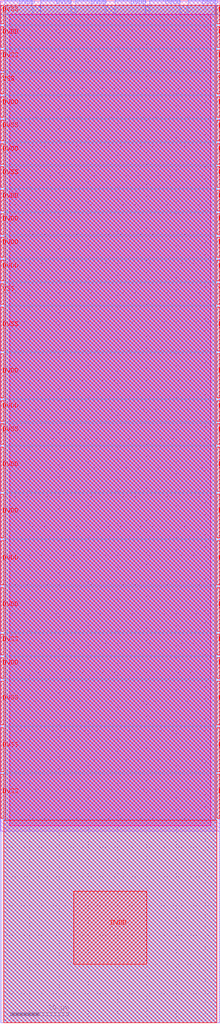
<source format=lef>
VERSION 5.7 ;
  NOWIREEXTENSIONATPIN ON ;
  DIVIDERCHAR "/" ;
  BUSBITCHARS "[]" ;
MACRO gf180mcu_fd_io__dvdd
  CLASS PAD POWER ;
  FOREIGN gf180mcu_fd_io__dvdd ;
  ORIGIN 0.000 0.000 ;
  SIZE 75.000 BY 350.000 ;
  SYMMETRY X Y R90 ;
  SITE GF_IO_Site ;
  PIN DVDD
    DIRECTION INOUT ;
    USE POWER ;
    PORT
      LAYER Metal5 ;
        RECT 25.000 20.000 50.000 45.000 ;
    END
    PORT
      LAYER Metal5 ;
        RECT 74.000 118.000 75.000 125.000 ;
    END
    PORT
      LAYER Metal5 ;
        RECT 74.000 182.000 75.000 197.000 ;
    END
    PORT
      LAYER Metal5 ;
        RECT 74.000 166.000 75.000 181.000 ;
    END
    PORT
      LAYER Metal5 ;
        RECT 74.000 150.000 75.000 165.000 ;
    END
    PORT
      LAYER Metal5 ;
        RECT 74.000 134.000 75.000 149.000 ;
    END
    PORT
      LAYER Metal5 ;
        RECT 74.000 214.000 75.000 229.000 ;
    END
    PORT
      LAYER Metal5 ;
        RECT 74.000 206.000 75.000 213.000 ;
    END
    PORT
      LAYER Metal5 ;
        RECT 74.000 254.000 75.000 261.000 ;
    END
    PORT
      LAYER Metal5 ;
        RECT 74.000 278.000 75.000 285.000 ;
    END
    PORT
      LAYER Metal5 ;
        RECT 74.000 270.000 75.000 277.000 ;
    END
    PORT
      LAYER Metal5 ;
        RECT 74.000 262.000 75.000 269.000 ;
    END
    PORT
      LAYER Metal5 ;
        RECT 74.000 294.000 75.000 301.000 ;
    END
    PORT
      LAYER Metal5 ;
        RECT 74.000 310.000 75.000 317.000 ;
    END
    PORT
      LAYER Metal5 ;
        RECT 74.000 334.000 75.000 341.000 ;
    END
    PORT
      LAYER Metal4 ;
        RECT 74.000 118.000 75.000 125.000 ;
    END
    PORT
      LAYER Metal4 ;
        RECT 74.000 182.000 75.000 197.000 ;
    END
    PORT
      LAYER Metal4 ;
        RECT 74.000 166.000 75.000 181.000 ;
    END
    PORT
      LAYER Metal4 ;
        RECT 74.000 150.000 75.000 165.000 ;
    END
    PORT
      LAYER Metal4 ;
        RECT 74.000 134.000 75.000 149.000 ;
    END
    PORT
      LAYER Metal4 ;
        RECT 74.000 214.000 75.000 229.000 ;
    END
    PORT
      LAYER Metal4 ;
        RECT 74.000 206.000 75.000 213.000 ;
    END
    PORT
      LAYER Metal4 ;
        RECT 74.000 254.000 75.000 261.000 ;
    END
    PORT
      LAYER Metal4 ;
        RECT 74.000 278.000 75.000 285.000 ;
    END
    PORT
      LAYER Metal4 ;
        RECT 74.000 270.000 75.000 277.000 ;
    END
    PORT
      LAYER Metal4 ;
        RECT 74.000 262.000 75.000 269.000 ;
    END
    PORT
      LAYER Metal4 ;
        RECT 74.000 294.000 75.000 301.000 ;
    END
    PORT
      LAYER Metal4 ;
        RECT 74.000 310.000 75.000 317.000 ;
    END
    PORT
      LAYER Metal4 ;
        RECT 74.000 334.000 75.000 341.000 ;
    END
    PORT
      LAYER Metal3 ;
        RECT 74.000 118.000 75.000 125.000 ;
    END
    PORT
      LAYER Metal3 ;
        RECT 74.000 182.000 75.000 197.000 ;
    END
    PORT
      LAYER Metal3 ;
        RECT 74.000 166.000 75.000 181.000 ;
    END
    PORT
      LAYER Metal3 ;
        RECT 74.000 150.000 75.000 165.000 ;
    END
    PORT
      LAYER Metal3 ;
        RECT 74.000 134.000 75.000 149.000 ;
    END
    PORT
      LAYER Metal3 ;
        RECT 74.000 214.000 75.000 229.000 ;
    END
    PORT
      LAYER Metal3 ;
        RECT 74.000 206.000 75.000 213.000 ;
    END
    PORT
      LAYER Metal3 ;
        RECT 74.000 254.000 75.000 261.000 ;
    END
    PORT
      LAYER Metal3 ;
        RECT 74.000 278.000 75.000 285.000 ;
    END
    PORT
      LAYER Metal3 ;
        RECT 74.000 270.000 75.000 277.000 ;
    END
    PORT
      LAYER Metal3 ;
        RECT 74.000 262.000 75.000 269.000 ;
    END
    PORT
      LAYER Metal3 ;
        RECT 74.000 294.000 75.000 301.000 ;
    END
    PORT
      LAYER Metal3 ;
        RECT 74.000 310.000 75.000 317.000 ;
    END
    PORT
      LAYER Metal3 ;
        RECT 74.000 334.000 75.000 341.000 ;
    END
    PORT
      LAYER Metal2 ;
        RECT 1.360 345.345 10.860 350.000 ;
    END
    PORT
      LAYER Metal2 ;
        RECT 13.760 345.345 24.010 350.000 ;
    END
    PORT
      LAYER Metal2 ;
        RECT 25.610 345.345 35.860 350.000 ;
    END
    PORT
      LAYER Metal2 ;
        RECT 39.140 345.345 49.390 350.000 ;
    END
    PORT
      LAYER Metal2 ;
        RECT 50.990 345.345 61.240 350.000 ;
    END
    PORT
      LAYER Metal3 ;
        RECT 0.000 334.000 1.000 341.000 ;
    END
    PORT
      LAYER Metal3 ;
        RECT 0.000 310.000 1.000 317.000 ;
    END
    PORT
      LAYER Metal3 ;
        RECT 0.000 294.000 1.000 301.000 ;
    END
    PORT
      LAYER Metal3 ;
        RECT 0.000 262.000 1.000 269.000 ;
    END
    PORT
      LAYER Metal3 ;
        RECT 0.000 270.000 1.000 277.000 ;
    END
    PORT
      LAYER Metal3 ;
        RECT 0.000 278.000 1.000 285.000 ;
    END
    PORT
      LAYER Metal3 ;
        RECT 0.000 254.000 1.000 261.000 ;
    END
    PORT
      LAYER Metal3 ;
        RECT 0.000 206.000 1.000 213.000 ;
    END
    PORT
      LAYER Metal3 ;
        RECT 0.000 214.000 1.000 229.000 ;
    END
    PORT
      LAYER Metal3 ;
        RECT 0.000 134.000 1.000 149.000 ;
    END
    PORT
      LAYER Metal3 ;
        RECT 0.000 150.000 1.000 165.000 ;
    END
    PORT
      LAYER Metal3 ;
        RECT 0.000 166.000 1.000 181.000 ;
    END
    PORT
      LAYER Metal3 ;
        RECT 0.000 182.000 1.000 197.000 ;
    END
    PORT
      LAYER Metal4 ;
        RECT 0.000 334.000 1.000 341.000 ;
    END
    PORT
      LAYER Metal4 ;
        RECT 0.000 310.000 1.000 317.000 ;
    END
    PORT
      LAYER Metal4 ;
        RECT 0.000 294.000 1.000 301.000 ;
    END
    PORT
      LAYER Metal4 ;
        RECT 0.000 262.000 1.000 269.000 ;
    END
    PORT
      LAYER Metal4 ;
        RECT 0.000 270.000 1.000 277.000 ;
    END
    PORT
      LAYER Metal4 ;
        RECT 0.000 278.000 1.000 285.000 ;
    END
    PORT
      LAYER Metal4 ;
        RECT 0.000 254.000 1.000 261.000 ;
    END
    PORT
      LAYER Metal4 ;
        RECT 0.000 206.000 1.000 213.000 ;
    END
    PORT
      LAYER Metal4 ;
        RECT 0.000 214.000 1.000 229.000 ;
    END
    PORT
      LAYER Metal4 ;
        RECT 0.000 134.000 1.000 149.000 ;
    END
    PORT
      LAYER Metal4 ;
        RECT 0.000 150.000 1.000 165.000 ;
    END
    PORT
      LAYER Metal4 ;
        RECT 0.000 166.000 1.000 181.000 ;
    END
    PORT
      LAYER Metal4 ;
        RECT 0.000 182.000 1.000 197.000 ;
    END
    PORT
      LAYER Metal5 ;
        RECT 0.000 334.000 1.000 341.000 ;
    END
    PORT
      LAYER Metal5 ;
        RECT 0.000 310.000 1.000 317.000 ;
    END
    PORT
      LAYER Metal5 ;
        RECT 0.000 294.000 1.000 301.000 ;
    END
    PORT
      LAYER Metal5 ;
        RECT 0.000 262.000 1.000 269.000 ;
    END
    PORT
      LAYER Metal5 ;
        RECT 0.000 270.000 1.000 277.000 ;
    END
    PORT
      LAYER Metal5 ;
        RECT 0.000 278.000 1.000 285.000 ;
    END
    PORT
      LAYER Metal5 ;
        RECT 0.000 254.000 1.000 261.000 ;
    END
    PORT
      LAYER Metal5 ;
        RECT 0.000 206.000 1.000 213.000 ;
    END
    PORT
      LAYER Metal5 ;
        RECT 0.000 214.000 1.000 229.000 ;
    END
    PORT
      LAYER Metal5 ;
        RECT 0.000 134.000 1.000 149.000 ;
    END
    PORT
      LAYER Metal5 ;
        RECT 0.000 150.000 1.000 165.000 ;
    END
    PORT
      LAYER Metal5 ;
        RECT 0.000 166.000 1.000 181.000 ;
    END
    PORT
      LAYER Metal5 ;
        RECT 0.000 182.000 1.000 197.000 ;
    END
    PORT
      LAYER Metal5 ;
        RECT 0.000 118.000 1.000 125.000 ;
    END
    PORT
      LAYER Metal4 ;
        RECT 0.000 118.000 1.000 125.000 ;
    END
    PORT
      LAYER Metal3 ;
        RECT 0.000 118.000 1.000 125.000 ;
    END
    PORT
      LAYER Metal2 ;
        RECT 64.140 345.345 73.640 350.000 ;
    END
  END DVDD
  PIN DVSS
    DIRECTION INOUT ;
    USE GROUND ;
    PORT
      LAYER Metal5 ;
        RECT 74.000 102.000 75.000 117.000 ;
    END
    PORT
      LAYER Metal5 ;
        RECT 74.000 86.000 75.000 101.000 ;
    END
    PORT
      LAYER Metal5 ;
        RECT 74.000 70.000 75.000 85.000 ;
    END
    PORT
      LAYER Metal5 ;
        RECT 74.000 126.000 75.000 133.000 ;
    END
    PORT
      LAYER Metal5 ;
        RECT 74.000 198.000 75.000 205.000 ;
    END
    PORT
      LAYER Metal5 ;
        RECT 74.000 230.000 75.000 245.000 ;
    END
    PORT
      LAYER Metal5 ;
        RECT 74.000 286.000 75.000 293.000 ;
    END
    PORT
      LAYER Metal5 ;
        RECT 74.000 302.000 75.000 309.000 ;
    END
    PORT
      LAYER Metal5 ;
        RECT 74.000 326.000 75.000 333.000 ;
    END
    PORT
      LAYER Metal5 ;
        RECT 74.000 342.000 75.000 348.390 ;
    END
    PORT
      LAYER Metal4 ;
        RECT 74.000 102.000 75.000 117.000 ;
    END
    PORT
      LAYER Metal4 ;
        RECT 74.000 86.000 75.000 101.000 ;
    END
    PORT
      LAYER Metal4 ;
        RECT 74.000 70.000 75.000 85.000 ;
    END
    PORT
      LAYER Metal4 ;
        RECT 74.000 126.000 75.000 133.000 ;
    END
    PORT
      LAYER Metal4 ;
        RECT 74.000 198.000 75.000 205.000 ;
    END
    PORT
      LAYER Metal4 ;
        RECT 74.000 230.000 75.000 245.000 ;
    END
    PORT
      LAYER Metal4 ;
        RECT 74.000 286.000 75.000 293.000 ;
    END
    PORT
      LAYER Metal4 ;
        RECT 74.000 302.000 75.000 309.000 ;
    END
    PORT
      LAYER Metal4 ;
        RECT 74.000 326.000 75.000 333.000 ;
    END
    PORT
      LAYER Metal4 ;
        RECT 74.000 342.000 75.000 348.390 ;
    END
    PORT
      LAYER Metal3 ;
        RECT 74.000 102.000 75.000 117.000 ;
    END
    PORT
      LAYER Metal3 ;
        RECT 74.000 86.000 75.000 101.000 ;
    END
    PORT
      LAYER Metal3 ;
        RECT 74.000 70.000 75.000 85.000 ;
    END
    PORT
      LAYER Metal3 ;
        RECT 74.000 126.000 75.000 133.000 ;
    END
    PORT
      LAYER Metal3 ;
        RECT 74.000 198.000 75.000 205.000 ;
    END
    PORT
      LAYER Metal3 ;
        RECT 74.000 230.000 75.000 245.000 ;
    END
    PORT
      LAYER Metal3 ;
        RECT 74.000 286.000 75.000 293.000 ;
    END
    PORT
      LAYER Metal3 ;
        RECT 74.000 302.000 75.000 309.000 ;
    END
    PORT
      LAYER Metal3 ;
        RECT 74.000 326.000 75.000 333.000 ;
    END
    PORT
      LAYER Metal3 ;
        RECT 74.000 342.000 75.000 348.390 ;
    END
    PORT
      LAYER Metal3 ;
        RECT 0.000 342.000 1.000 348.390 ;
    END
    PORT
      LAYER Metal3 ;
        RECT 0.000 326.000 1.000 333.000 ;
    END
    PORT
      LAYER Metal3 ;
        RECT 0.000 302.000 1.000 309.000 ;
    END
    PORT
      LAYER Metal3 ;
        RECT 0.000 286.000 1.000 293.000 ;
    END
    PORT
      LAYER Metal3 ;
        RECT 0.000 230.000 1.000 245.000 ;
    END
    PORT
      LAYER Metal3 ;
        RECT 0.000 198.000 1.000 205.000 ;
    END
    PORT
      LAYER Metal3 ;
        RECT 0.000 126.000 1.000 133.000 ;
    END
    PORT
      LAYER Metal3 ;
        RECT 0.000 70.000 1.000 85.000 ;
    END
    PORT
      LAYER Metal3 ;
        RECT 0.000 86.000 1.000 101.000 ;
    END
    PORT
      LAYER Metal4 ;
        RECT 0.000 342.000 1.000 348.390 ;
    END
    PORT
      LAYER Metal4 ;
        RECT 0.000 326.000 1.000 333.000 ;
    END
    PORT
      LAYER Metal4 ;
        RECT 0.000 302.000 1.000 309.000 ;
    END
    PORT
      LAYER Metal4 ;
        RECT 0.000 286.000 1.000 293.000 ;
    END
    PORT
      LAYER Metal4 ;
        RECT 0.000 230.000 1.000 245.000 ;
    END
    PORT
      LAYER Metal4 ;
        RECT 0.000 198.000 1.000 205.000 ;
    END
    PORT
      LAYER Metal4 ;
        RECT 0.000 126.000 1.000 133.000 ;
    END
    PORT
      LAYER Metal4 ;
        RECT 0.000 70.000 1.000 85.000 ;
    END
    PORT
      LAYER Metal4 ;
        RECT 0.000 86.000 1.000 101.000 ;
    END
    PORT
      LAYER Metal5 ;
        RECT 0.000 342.000 1.000 348.390 ;
    END
    PORT
      LAYER Metal5 ;
        RECT 0.000 326.000 1.000 333.000 ;
    END
    PORT
      LAYER Metal5 ;
        RECT 0.000 302.000 1.000 309.000 ;
    END
    PORT
      LAYER Metal5 ;
        RECT 0.000 286.000 1.000 293.000 ;
    END
    PORT
      LAYER Metal5 ;
        RECT 0.000 230.000 1.000 245.000 ;
    END
    PORT
      LAYER Metal5 ;
        RECT 0.000 198.000 1.000 205.000 ;
    END
    PORT
      LAYER Metal5 ;
        RECT 0.000 126.000 1.000 133.000 ;
    END
    PORT
      LAYER Metal5 ;
        RECT 0.000 70.000 1.000 85.000 ;
    END
    PORT
      LAYER Metal5 ;
        RECT 0.000 86.000 1.000 101.000 ;
    END
    PORT
      LAYER Metal5 ;
        RECT 0.000 102.000 1.000 117.000 ;
    END
    PORT
      LAYER Metal4 ;
        RECT 0.000 102.000 1.000 117.000 ;
    END
    PORT
      LAYER Metal3 ;
        RECT 0.000 102.000 1.000 117.000 ;
    END
  END DVSS
  PIN VSS
    DIRECTION INOUT ;
    USE GROUND ;
    PORT
      LAYER Metal5 ;
        RECT 74.000 246.000 75.000 253.000 ;
    END
    PORT
      LAYER Metal5 ;
        RECT 74.000 318.000 75.000 325.000 ;
    END
    PORT
      LAYER Metal4 ;
        RECT 74.000 246.000 75.000 253.000 ;
    END
    PORT
      LAYER Metal4 ;
        RECT 74.000 318.000 75.000 325.000 ;
    END
    PORT
      LAYER Metal3 ;
        RECT 74.000 246.000 75.000 253.000 ;
    END
    PORT
      LAYER Metal3 ;
        RECT 74.000 318.000 75.000 325.000 ;
    END
    PORT
      LAYER Metal3 ;
        RECT 0.000 318.000 1.000 325.000 ;
    END
    PORT
      LAYER Metal4 ;
        RECT 0.000 318.000 1.000 325.000 ;
    END
    PORT
      LAYER Metal5 ;
        RECT 0.000 318.000 1.000 325.000 ;
    END
    PORT
      LAYER Metal5 ;
        RECT 0.000 246.000 1.000 253.000 ;
    END
    PORT
      LAYER Metal4 ;
        RECT 0.000 246.000 1.000 253.000 ;
    END
    PORT
      LAYER Metal3 ;
        RECT 0.000 246.000 1.000 253.000 ;
    END
  END VSS
  OBS
      LAYER Nwell ;
        RECT 3.060 67.480 71.940 345.275 ;
      LAYER Metal1 ;
        RECT -0.160 65.540 75.160 349.785 ;
      LAYER Metal2 ;
        RECT 0.000 345.045 1.060 348.390 ;
        RECT 11.160 345.045 13.460 348.390 ;
        RECT 24.310 345.045 25.310 348.390 ;
        RECT 36.160 345.045 38.840 348.390 ;
        RECT 49.690 345.045 50.690 348.390 ;
        RECT 61.540 345.045 63.840 348.390 ;
        RECT 73.940 345.045 75.000 348.390 ;
        RECT 0.000 0.000 75.000 345.045 ;
      LAYER Metal3 ;
        RECT 1.300 341.700 73.700 348.390 ;
        RECT 1.000 341.300 74.000 341.700 ;
        RECT 1.300 333.700 73.700 341.300 ;
        RECT 1.000 333.300 74.000 333.700 ;
        RECT 1.300 325.700 73.700 333.300 ;
        RECT 1.000 325.300 74.000 325.700 ;
        RECT 1.300 317.700 73.700 325.300 ;
        RECT 1.000 317.300 74.000 317.700 ;
        RECT 1.300 309.700 73.700 317.300 ;
        RECT 1.000 309.300 74.000 309.700 ;
        RECT 1.300 301.700 73.700 309.300 ;
        RECT 1.000 301.300 74.000 301.700 ;
        RECT 1.300 293.700 73.700 301.300 ;
        RECT 1.000 293.300 74.000 293.700 ;
        RECT 1.300 285.700 73.700 293.300 ;
        RECT 1.000 285.300 74.000 285.700 ;
        RECT 1.300 277.700 73.700 285.300 ;
        RECT 1.000 277.300 74.000 277.700 ;
        RECT 1.300 269.700 73.700 277.300 ;
        RECT 1.000 269.300 74.000 269.700 ;
        RECT 1.300 261.700 73.700 269.300 ;
        RECT 1.000 261.300 74.000 261.700 ;
        RECT 1.300 253.700 73.700 261.300 ;
        RECT 1.000 253.300 74.000 253.700 ;
        RECT 1.300 245.700 73.700 253.300 ;
        RECT 1.000 245.300 74.000 245.700 ;
        RECT 1.300 229.700 73.700 245.300 ;
        RECT 1.000 229.300 74.000 229.700 ;
        RECT 1.300 213.700 73.700 229.300 ;
        RECT 1.000 213.300 74.000 213.700 ;
        RECT 1.300 205.700 73.700 213.300 ;
        RECT 1.000 205.300 74.000 205.700 ;
        RECT 1.300 197.700 73.700 205.300 ;
        RECT 1.000 197.300 74.000 197.700 ;
        RECT 1.300 181.700 73.700 197.300 ;
        RECT 1.000 181.300 74.000 181.700 ;
        RECT 1.300 165.700 73.700 181.300 ;
        RECT 1.000 165.300 74.000 165.700 ;
        RECT 1.300 149.700 73.700 165.300 ;
        RECT 1.000 149.300 74.000 149.700 ;
        RECT 1.300 133.700 73.700 149.300 ;
        RECT 1.000 133.300 74.000 133.700 ;
        RECT 1.300 125.700 73.700 133.300 ;
        RECT 1.000 125.300 74.000 125.700 ;
        RECT 1.300 117.700 73.700 125.300 ;
        RECT 1.000 117.300 74.000 117.700 ;
        RECT 1.300 101.700 73.700 117.300 ;
        RECT 1.000 101.300 74.000 101.700 ;
        RECT 1.300 85.700 73.700 101.300 ;
        RECT 1.000 85.300 74.000 85.700 ;
        RECT 1.300 69.700 73.700 85.300 ;
        RECT 1.000 0.000 74.000 69.700 ;
      LAYER Metal4 ;
        RECT 1.300 341.700 73.700 348.390 ;
        RECT 1.000 341.300 74.000 341.700 ;
        RECT 1.300 333.700 73.700 341.300 ;
        RECT 1.000 333.300 74.000 333.700 ;
        RECT 1.300 325.700 73.700 333.300 ;
        RECT 1.000 325.300 74.000 325.700 ;
        RECT 1.300 317.700 73.700 325.300 ;
        RECT 1.000 317.300 74.000 317.700 ;
        RECT 1.300 309.700 73.700 317.300 ;
        RECT 1.000 309.300 74.000 309.700 ;
        RECT 1.300 301.700 73.700 309.300 ;
        RECT 1.000 301.300 74.000 301.700 ;
        RECT 1.300 293.700 73.700 301.300 ;
        RECT 1.000 293.300 74.000 293.700 ;
        RECT 1.300 285.700 73.700 293.300 ;
        RECT 1.000 285.300 74.000 285.700 ;
        RECT 1.300 277.700 73.700 285.300 ;
        RECT 1.000 277.300 74.000 277.700 ;
        RECT 1.300 269.700 73.700 277.300 ;
        RECT 1.000 269.300 74.000 269.700 ;
        RECT 1.300 261.700 73.700 269.300 ;
        RECT 1.000 261.300 74.000 261.700 ;
        RECT 1.300 253.700 73.700 261.300 ;
        RECT 1.000 253.300 74.000 253.700 ;
        RECT 1.300 245.700 73.700 253.300 ;
        RECT 1.000 245.300 74.000 245.700 ;
        RECT 1.300 229.700 73.700 245.300 ;
        RECT 1.000 229.300 74.000 229.700 ;
        RECT 1.300 213.700 73.700 229.300 ;
        RECT 1.000 213.300 74.000 213.700 ;
        RECT 1.300 205.700 73.700 213.300 ;
        RECT 1.000 205.300 74.000 205.700 ;
        RECT 1.300 197.700 73.700 205.300 ;
        RECT 1.000 197.300 74.000 197.700 ;
        RECT 1.300 181.700 73.700 197.300 ;
        RECT 1.000 181.300 74.000 181.700 ;
        RECT 1.300 165.700 73.700 181.300 ;
        RECT 1.000 165.300 74.000 165.700 ;
        RECT 1.300 149.700 73.700 165.300 ;
        RECT 1.000 149.300 74.000 149.700 ;
        RECT 1.300 133.700 73.700 149.300 ;
        RECT 1.000 133.300 74.000 133.700 ;
        RECT 1.300 125.700 73.700 133.300 ;
        RECT 1.000 125.300 74.000 125.700 ;
        RECT 1.300 117.700 73.700 125.300 ;
        RECT 1.000 117.300 74.000 117.700 ;
        RECT 1.300 101.700 73.700 117.300 ;
        RECT 1.000 101.300 74.000 101.700 ;
        RECT 1.300 85.700 73.700 101.300 ;
        RECT 1.000 85.300 74.000 85.700 ;
        RECT 1.300 69.700 73.700 85.300 ;
        RECT 1.000 0.000 74.000 69.700 ;
      LAYER Metal5 ;
        RECT 1.600 69.400 73.400 348.390 ;
        RECT 1.000 0.000 74.000 69.400 ;
  END
END gf180mcu_fd_io__dvdd
END LIBRARY


</source>
